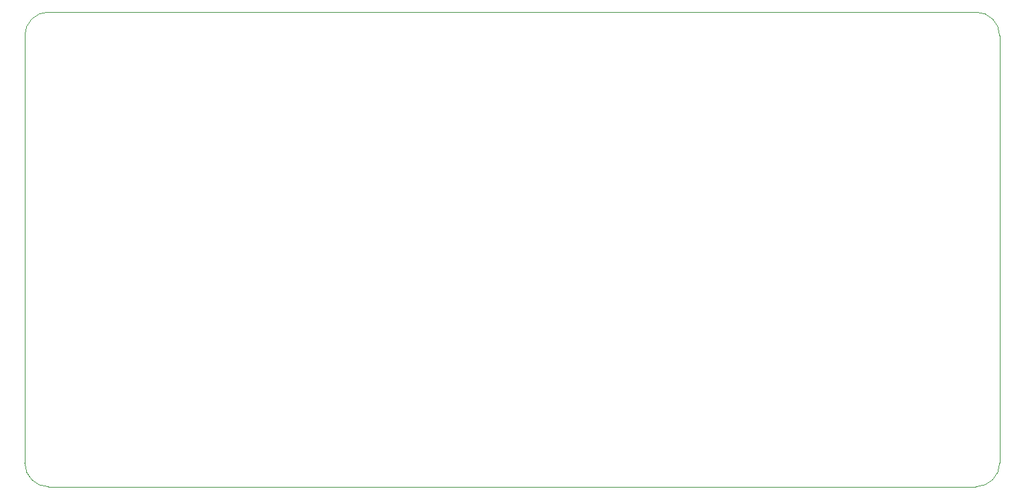
<source format=gbr>
%TF.GenerationSoftware,KiCad,Pcbnew,9.0.0*%
%TF.CreationDate,2025-11-08T16:48:48+03:00*%
%TF.ProjectId,harp.device.quad.dac,68617270-2e64-4657-9669-63652e717561,1.1*%
%TF.SameCoordinates,PX81941e8PY5f5e100*%
%TF.FileFunction,Profile,NP*%
%FSLAX46Y46*%
G04 Gerber Fmt 4.6, Leading zero omitted, Abs format (unit mm)*
G04 Created by KiCad (PCBNEW 9.0.0) date 2025-11-08 16:48:48*
%MOMM*%
%LPD*%
G01*
G04 APERTURE LIST*
%TA.AperFunction,Profile*%
%ADD10C,0.100000*%
%TD*%
G04 APERTURE END LIST*
D10*
X120000000Y60000000D02*
G75*
G02*
X123000000Y57000000I0J-3000000D01*
G01*
X123000000Y3000000D02*
G75*
G02*
X120000000Y0I-3000000J0D01*
G01*
X123000000Y57000000D02*
X123000000Y3000000D01*
X120000000Y0D02*
X3000000Y0D01*
X3000000Y0D02*
G75*
G02*
X0Y3000000I0J3000000D01*
G01*
X3000000Y60000000D02*
X120000000Y60000000D01*
X0Y3000000D02*
X0Y57000000D01*
X0Y57000000D02*
G75*
G02*
X3000000Y60000000I3000000J0D01*
G01*
M02*

</source>
